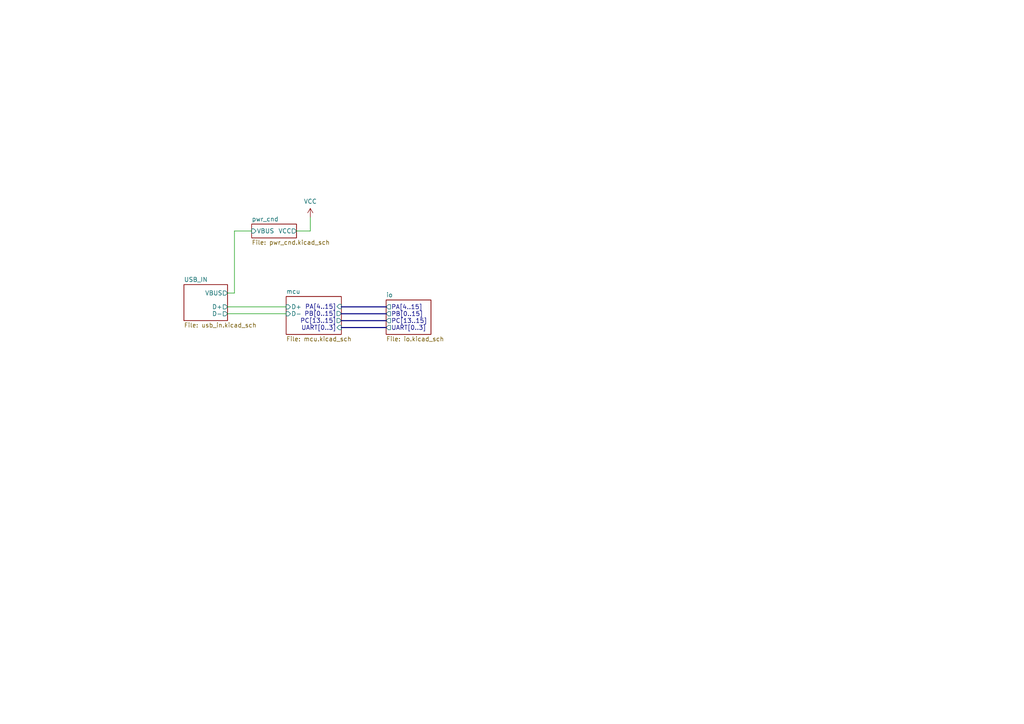
<source format=kicad_sch>
(kicad_sch (version 20211123) (generator eeschema)
  (paper "A4")
  (lib_symbols
    (symbol "power:VCC" (power) (pin_names (offset 0))
      (property "Value" "VCC" (at 0 3.81 0))
      (symbol "VCC_0_1"
        (polyline (pts (xy -0.762 1.27) (xy 0 2.54)))
        (polyline (pts (xy 0 0) (xy 0 2.54)))
        (polyline (pts (xy 0 2.54) (xy 0.762 1.27)))
      )
      (symbol "VCC_1_1"
        (pin power_in line (at 0 0 90) (length 0) hide (name "VCC") (number "1"))
      )
    )
  )
  (bus (pts (xy 99 95) (xy 112 95)))
  (wire (pts (xy 66 85) (xy 68 85)))
  (wire (pts (xy 90 67) (xy 90 63)))
  (bus (pts (xy 99 89) (xy 112 89)))
  (wire (pts (xy 66 91) (xy 83 91)))
  (wire (pts (xy 68 85) (xy 68 67)))
  (bus (pts (xy 99 91) (xy 112 91)))
  (bus (pts (xy 99 93) (xy 112 93)))
  (wire (pts (xy 66 89) (xy 83 89)))
  (wire (pts (xy 86 67) (xy 90 67)))
  (wire (pts (xy 68 67) (xy 73 67)))
  (symbol (lib_id "power:VCC") (at 90 63 0) (unit 1)
    (property "Reference" "#PWR0101" (effects hide))
    (property "Value" "VCC" (at 90 58.42 0))
  )
  (sheet (at 83 86) (size 16 11) (stroke (width 0.1524))
    (property "Sheet name" "mcu" (at 83 85.2884 0) (effects (justify left bottom)))
    (property "Sheet file" "mcu.kicad_sch" (at 83 97.5846 0) (effects (justify left top)))
    (pin "D+" input (at 83 89 180))
    (pin "D-" input (at 83 91 180))
    (pin "PB[0..15]" output (at 99 90.932 0))
    (pin "PC[13..15]" output (at 99 92.964 0))
    (pin "UART[0..3]" input (at 99 94.996 0))
    (pin "PA[4..15]" input (at 99 88.9 0))
  )
  (sheet (at 53.34 82.55) (size 12.66 10.45) (stroke (width 0.1524))
    (property "Sheet name" "USB_IN" (at 53.34 81.8384 0) (effects (justify left bottom)))
    (property "Sheet file" "usb_in.kicad_sch" (at 53.34 93.5846 0) (effects (justify left top)))
    (pin "D+" output (at 66 89 0))
    (pin "D-" output (at 66 91 0))
    (pin "VBUS" output (at 66 85 0))
  )
  (sheet (at 112 87) (size 13 10) (stroke (width 0.1524))
    (property "Sheet name" "io" (at 112 86.2884 0) (effects (justify left bottom)))
    (property "Sheet file" "io.kicad_sch" (at 112 97.5846 0) (effects (justify left top)))
    (pin "PA[4..15]" output (at 112 89 180))
    (pin "PB[0..15]" output (at 112 91 180))
    (pin "PC[13..15]" output (at 112 93 180))
    (pin "UART[0..3]" output (at 112 95 180))
  )
  (sheet (at 73 65) (size 13 4) (stroke (width 0.1524))
    (property "Sheet name" "pwr_cnd" (at 73 64.2884 0) (effects (justify left bottom)))
    (property "Sheet file" "pwr_cnd.kicad_sch" (at 73 69.5846 0) (effects (justify left top)))
    (pin "VBUS" input (at 73 67 180))
    (pin "VCC" output (at 86 67 0))
  )
)
</source>
